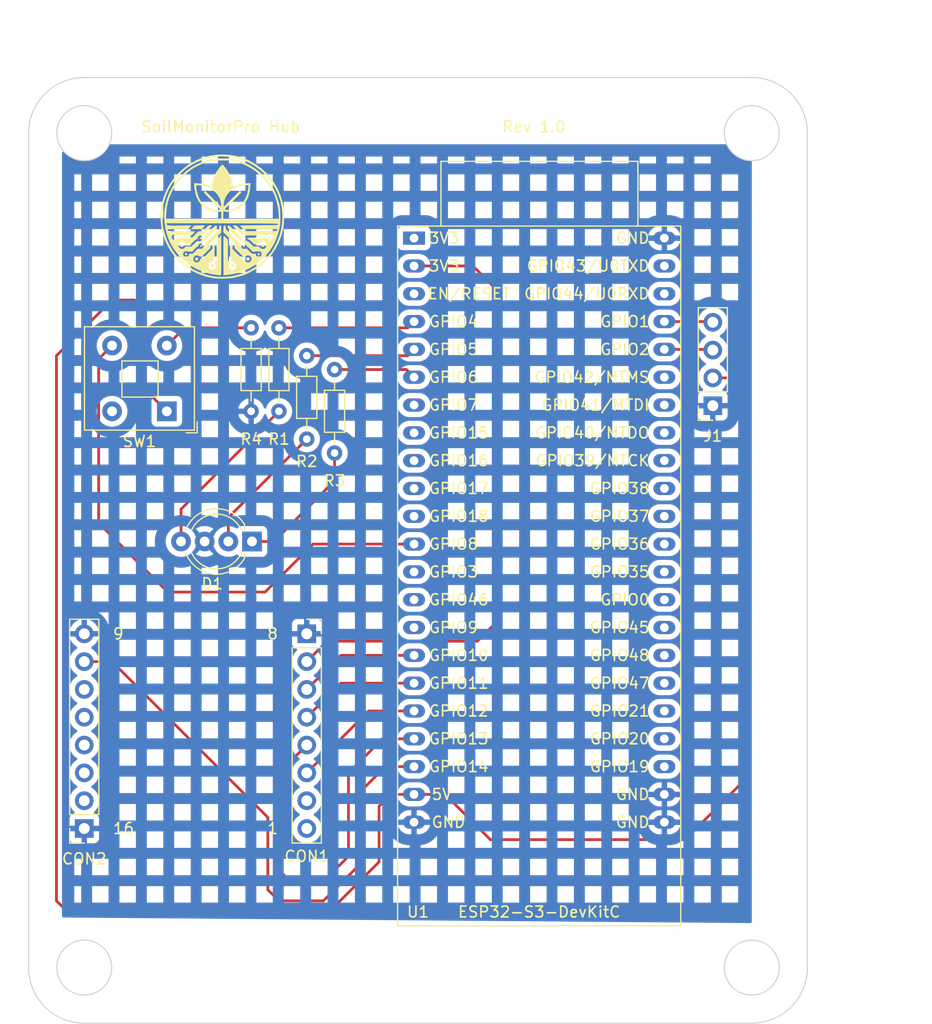
<source format=kicad_pcb>
(kicad_pcb (version 20221018) (generator pcbnew)
  (layers (0 "F.Cu" signal) (31 "B.Cu" signal) (34 "B.Paste" user) (35 "F.Paste" user) (36 "B.SilkS" user "B.Silkscreen") (37 "F.SilkS" user "F.Silkscreen") (38 "B.Mask" user) (39 "F.Mask" user) (44 "Edge.Cuts" user))
  (net 0 "")
  (net 1 "Net-(D1-BA)")
  (net 2 "Net-(D1-GA)")
  (net 3 "GND")
  (net 4 "Net-(D1-RA)")
  (net 5 "Red")
  (net 6 "Green")
  (net 7 "Blue")
  (net 34 "+3.3V")
  (net 35 "/NSS")
  (net 36 "/MOSI")
  (net 37 "/MISO")
  (net 38 "/SCK")
  (net 39 "/DIO5")
  (net 41 "/DIO4")
  (net 42 "/DIO3")
  (net 43 "/DIO2")
  (net 44 "/DIO1")
  (net 45 "/DIO0")
  (net 46 "/RESET")
  (net 47 "+5V")
  (net 48 "Net-(SW1-K)")
  (net 50 "/PushBtn")
  (net 51 "/SCL")
  (net 52 "/SDA")
  (footprint "Resistor_THT:R_Axial_DIN0204_L3.6mm_D1.6mm_P7.62mm_Horizontal" (layer "F.Cu") (at 119.38 66.04 -90)
    (fp_text reference "R1" (at 10.16 0 -180) (layer "F.SilkS"))
    (fp_text value "R")
    (pad "1" thru_hole circle (at 0 0 270) (size 1.4 1.4) (drill 0.7) (layers "*.Cu" "*.Mask") (net 5 "Red"))
    (pad "2" thru_hole oval (at 7.62 0 270) (size 1.4 1.4) (drill 0.7) (layers "*.Cu" "*.Mask") (net 4 "Net-(D1-RA)"))
  )
  (footprint "Resistor_THT:R_Axial_DIN0204_L3.6mm_D1.6mm_P7.62mm_Horizontal" (layer "F.Cu") (at 124.46 69.85 -90)
    (fp_text reference "R3" (at 10.16 0 -180) (layer "F.SilkS"))
    (fp_text value "R")
    (pad "1" thru_hole circle (at 0 0 270) (size 1.4 1.4) (drill 0.7) (layers "*.Cu" "*.Mask") (net 7 "Blue"))
    (pad "2" thru_hole oval (at 7.62 0 270) (size 1.4 1.4) (drill 0.7) (layers "*.Cu" "*.Mask") (net 1 "Net-(D1-BA)"))
  )
  (footprint "Graphics:SoilMonitorLogo." (layer "F.Cu") (at 114.3 55.88)
    (fp_text reference "G***" hide)
    (fp_text value "LOGO" hide)
  )
  (footprint "Resistor_THT:R_Axial_DIN0204_L3.6mm_D1.6mm_P7.62mm_Horizontal" (layer "F.Cu") (at 116.84 66.04 -90)
    (fp_text reference "R4" (at 10.16 0 -180) (layer "F.SilkS"))
    (fp_text value "R")
    (pad "1" thru_hole circle (at 0 0 270) (size 1.4 1.4) (drill 0.7) (layers "*.Cu" "*.Mask") (net 48 "Net-(SW1-K)"))
    (pad "2" thru_hole oval (at 7.62 0 270) (size 1.4 1.4) (drill 0.7) (layers "*.Cu" "*.Mask") (net 3 "GND"))
  )
  (footprint "PCM_Espressif:ESP32-S3-DevKitC" (layer "F.Cu") (at 131.717 57.84812)
    (fp_text reference "U1" (at 0.363 61.53188) (layer "F.SilkS"))
    (fp_text value "ESP32-S3-DevKitC" (at 11.42632 61.53188 180) (layer "F.SilkS"))
    (fp_text user "GPIO9" (at 1.27 35.56 unlocked) (layer "F.SilkS") (effects (justify left)))
    (fp_text user "GPIO35" (at 21.59 30.48 unlocked) (layer "F.SilkS") (effects (justify right)))
    (fp_text user "GPIO37" (at 21.59 25.4 unlocked) (layer "F.SilkS") (effects (justify right)))
    (fp_text user "EN/RESET" (at 8.88632 5.07728 unlocked) (layer "F.SilkS") (effects (justify right)))
    (fp_text user "GPIO3" (at 1.27 30.48 unlocked) (layer "F.SilkS") (effects (justify left)))
    (fp_text user "GPIO12" (at 1.27 43.18 unlocked) (layer "F.SilkS") (effects (justify left)))
    (fp_text user "GPIO14" (at 1.27 48.26 unlocked) (layer "F.SilkS") (effects (justify left)))
    (fp_text user "GPIO19" (at 21.59 48.26 unlocked) (layer "F.SilkS") (effects (justify right)))
    (fp_text user "GPIO41/MTDI" (at 21.59 15.24 unlocked) (layer "F.SilkS") (effects (justify right)))
    (fp_text user "GPIO47" (at 21.59 40.64 unlocked) (layer "F.SilkS") (effects (justify right)))
    (fp_text user "GND" (at 1.52032 53.33728 unlocked) (layer "F.SilkS") (effects (justify left)))
    (fp_text user "GPIO15" (at 1.27 17.78 unlocked) (layer "F.SilkS") (effects (justify left)))
    (fp_text user "GPIO39/MTCK" (at 21.59 20.32 unlocked) (layer "F.SilkS") (effects (justify right)))
    (fp_text user "GPIO1" (at 21.59 7.62 unlocked) (layer "F.SilkS") (effects (justify right)))
    (fp_text user "5V" (at 1.52032 50.79728 unlocked) (layer "F.SilkS") (effects (justify left)))
    (fp_text user "3V3" (at 1.27 0 unlocked) (layer "F.SilkS") (effects (justify left)))
    (fp_text user "GPIO21" (at 21.59 43.18 unlocked) (layer "F.SilkS") (effects (justify right)))
    (fp_text user "GPIO36" (at 21.59 27.94 unlocked) (layer "F.SilkS") (effects (justify right)))
    (fp_text user "GPIO48" (at 21.59 38.1 unlocked) (layer "F.SilkS") (effects (justify right)))
    (fp_text user "GND" (at 21.59 50.8 unlocked) (layer "F.SilkS") (effects (justify right)))
    (fp_text user "GPIO5" (at 1.27 10.16 unlocked) (layer "F.SilkS") (effects (justify left)))
    (fp_text user "GPIO44/U0RXD" (at 21.59 5.08 unlocked) (layer "F.SilkS") (effects (justify right)))
    (fp_text user "GPIO18" (at 1.27 25.4 unlocked) (layer "F.SilkS") (effects (justify left)))
    (fp_text user "GPIO0" (at 21.59 33.02 unlocked) (layer "F.SilkS") (effects (justify right)))
    (fp_text user "GPIO8" (at 1.27 27.94 unlocked) (layer "F.SilkS") (effects (justify left)))
    (fp_text user "GND" (at 21.59 53.34 unlocked) (layer "F.SilkS") (effects (justify right)))
    (fp_text user "GND" (at 21.59 0 unlocked) (layer "F.SilkS") (effects (justify right)))
    (fp_text user "GPIO38" (at 21.59 22.86 unlocked) (layer "F.SilkS") (effects (justify right)))
    (fp_text user "GPIO40/MTDO" (at 21.59 17.78 unlocked) (layer "F.SilkS") (effects (justify right)))
    (fp_text user "GPIO16" (at 1.27 20.32 unlocked) (layer "F.SilkS") (effects (justify left)))
    (fp_text user "GPIO13" (at 1.27 45.72 unlocked) (layer "F.SilkS") (effects (justify left)))
    (fp_text user "GPIO11" (at 1.27 40.64 unlocked) (layer "F.SilkS") (effects (justify left)))
    (fp_text user "GPIO17" (at 1.27 22.86 unlocked) (layer "F.SilkS") (effects (justify left)))
    (fp_text user "GPIO45" (at 21.59 35.56 unlocked) (layer "F.SilkS") (effects (justify right)))
    (fp_text user "GPIO6" (at 1.27 12.7 unlocked) (layer "F.SilkS") (effects (justify left)))
    (fp_text user "GPIO46" (at 1.27 33.02 unlocked) (layer "F.SilkS") (effects (justify left)))
    (fp_text user "GPIO20" (at 21.59 45.72 unlocked) (layer "F.SilkS") (effects (justify right)))
    (fp_text user "3V3" (at 1.27 2.54 unlocked) (layer "F.SilkS") (effects (justify left)))
    (fp_text user "GPIO10" (at 1.27 38.1 unlocked) (layer "F.SilkS") (effects (justify left)))
    (fp_text user "GPIO43/U0TXD" (at 21.59 2.54 unlocked) (layer "F.SilkS") (effects (justify right)))
    (fp_text user "GPIO2" (at 21.59 10.16 unlocked) (layer "F.SilkS") (effects (justify right)))
    (fp_text user "GPIO7" (at 1.27 15.24 unlocked) (layer "F.SilkS") (effects (justify left)))
    (fp_text user "GPIO4" (at 1.27 7.62 unlocked) (layer "F.SilkS") (effects (justify left)))
    (fp_text user "GPIO42/MTMS" (at 21.59 12.7 unlocked) (layer "F.SilkS") (effects (justify right)))
    (pad "1" thru_hole rect (at 0 0 270) (size 1.2 2) (drill 0.8) (layers "*.Cu" "*.Mask") (net 34 "+3.3V"))
    (pad "2" thru_hole oval (at 0 2.54 270) (size 1.2 2) (drill 0.8) (layers "*.Cu" "*.Mask") (net 34 "+3.3V"))
    (pad "3" thru_hole oval (at 0 5.08 270) (size 1.2 2) (drill 0.8) (layers "*.Cu" "*.Mask"))
    (pad "4" thru_hole oval (at 0 7.62 270) (size 1.2 2) (drill 0.8) (layers "*.Cu" "*.Mask") (net 5 "Red"))
    (pad "5" thru_hole oval (at 0 10.16 270) (size 1.2 2) (drill 0.8) (layers "*.Cu" "*.Mask") (net 6 "Green"))
    (pad "6" thru_hole oval (at 0 12.7 270) (size 1.2 2) (drill 0.8) (layers "*.Cu" "*.Mask") (net 7 "Blue"))
    (pad "7" thru_hole oval (at 0 15.24 270) (size 1.2 2) (drill 0.8) (layers "*.Cu" "*.Mask"))
    (pad "8" thru_hole oval (at 0 17.78 270) (size 1.2 2) (drill 0.8) (layers "*.Cu" "*.Mask"))
    (pad "9" thru_hole oval (at 0 20.32 270) (size 1.2 2) (drill 0.8) (layers "*.Cu" "*.Mask"))
    (pad "10" thru_hole oval (at 0 22.86 270) (size 1.2 2) (drill 0.8) (layers "*.Cu" "*.Mask"))
    (pad "11" thru_hole oval (at 0 25.4 270) (size 1.2 2) (drill 0.8) (layers "*.Cu" "*.Mask"))
    (pad "12" thru_hole oval (at 0 27.94 270) (size 1.2 2) (drill 0.8) (layers "*.Cu" "*.Mask") (net 50 "/PushBtn"))
    (pad "13" thru_hole oval (at 0 30.48 270) (size 1.2 2) (drill 0.8) (layers "*.Cu" "*.Mask"))
    (pad "14" thru_hole oval (at 0 33.02 270) (size 1.2 2) (drill 0.8) (layers "*.Cu" "*.Mask"))
    (pad "15" thru_hole oval (at 0 35.56 270) (size 1.2 2) (drill 0.8) (layers "*.Cu" "*.Mask"))
    (pad "16" thru_hole oval (at 0 38.1 270) (size 1.2 2) (drill 0.8) (layers "*.Cu" "*.Mask") (net 35 "/NSS"))
    (pad "17" thru_hole oval (at 0 40.64 270) (size 1.2 2) (drill 0.8) (layers "*.Cu" "*.Mask") (net 36 "/MOSI"))
    (pad "18" thru_hole oval (at 0 43.18 270) (size 1.2 2) (drill 0.8) (layers "*.Cu" "*.Mask") (net 38 "/SCK"))
    (pad "19" thru_hole oval (at 0 45.72 270) (size 1.2 2) (drill 0.8) (layers "*.Cu" "*.Mask") (net 37 "/MISO"))
    (pad "20" thru_hole oval (at -0.00368 48.25728 270) (size 1.2 2) (drill 0.8) (layers "*.Cu" "*.Mask") (net 46 "/RESET"))
    (pad "21" thru_hole oval (at -0.00368 50.79728 270) (size 1.2 2) (drill 0.8) (layers "*.Cu" "*.Mask") (net 47 "+5V"))
    (pad "22" thru_hole oval (at -0.00368 53.33728 270) (size 1.2 2) (drill 0.8) (layers "*.Cu" "*.Mask") (net 3 "GND"))
    (pad "23" thru_hole oval (at 22.86 53.34 270) (size 1.2 2) (drill 0.8) (layers "*.Cu" "*.Mask") (net 3 "GND"))
    (pad "24" thru_hole oval (at 22.86 50.8 270) (size 1.2 2) (drill 0.8) (layers "*.Cu" "*.Mask") (net 3 "GND"))
    (pad "25" thru_hole oval (at 22.86 48.26 270) (size 1.2 2) (drill 0.8) (layers "*.Cu" "*.Mask"))
    (pad "26" thru_hole oval (at 22.86 45.72 270) (size 1.2 2) (drill 0.8) (layers "*.Cu" "*.Mask"))
    (pad "27" thru_hole oval (at 22.86 43.18 270) (size 1.2 2) (drill 0.8) (layers "*.Cu" "*.Mask"))
    (pad "28" thru_hole oval (at 22.86 40.64 270) (size 1.2 2) (drill 0.8) (layers "*.Cu" "*.Mask"))
    (pad "29" thru_hole oval (at 22.86 38.1 270) (size 1.2 2) (drill 0.8) (layers "*.Cu" "*.Mask"))
    (pad "30" thru_hole oval (at 22.86 35.56 270) (size 1.2 2) (drill 0.8) (layers "*.Cu" "*.Mask"))
    (pad "31" thru_hole oval (at 22.86 33.02 270) (size 1.2 2) (drill 0.8) (layers "*.Cu" "*.Mask"))
    (pad "32" thru_hole oval (at 22.86 30.48 270) (size 1.2 2) (drill 0.8) (layers "*.Cu" "*.Mask"))
    (pad "33" thru_hole oval (at 22.86 27.94 270) (size 1.2 2) (drill 0.8) (layers "*.Cu" "*.Mask"))
    (pad "34" thru_hole oval (at 22.86 25.4 270) (size 1.2 2) (drill 0.8) (layers "*.Cu" "*.Mask"))
    (pad "35" thru_hole oval (at 22.86 22.86 270) (size 1.2 2) (drill 0.8) (layers "*.Cu" "*.Mask"))
    (pad "36" thru_hole oval (at 22.86 20.32 270) (size 1.2 2) (drill 0.8) (layers "*.Cu" "*.Mask"))
    (pad "37" thru_hole oval (at 22.86 17.78 270) (size 1.2 2) (drill 0.8) (layers "*.Cu" "*.Mask"))
    (pad "38" thru_hole oval (at 22.86 15.24 270) (size 1.2 2) (drill 0.8) (layers "*.Cu" "*.Mask"))
    (pad "39" thru_hole oval (at 22.86 12.7 270) (size 1.2 2) (drill 0.8) (layers "*.Cu" "*.Mask"))
    (pad "40" thru_hole oval (at 22.86 10.16 270) (size 1.2 2) (drill 0.8) (layers "*.Cu" "*.Mask") (net 51 "/SCL"))
    (pad "41" thru_hole oval (at 22.86 7.62 270) (size 1.2 2) (drill 0.8) (layers "*.Cu" "*.Mask") (net 52 "/SDA"))
    (pad "42" thru_hole oval (at 22.86 5.08 270) (size 1.2 2) (drill 0.8) (layers "*.Cu" "*.Mask"))
    (pad "43" thru_hole oval (at 22.86 2.54 270) (size 1.2 2) (drill 0.8) (layers "*.Cu" "*.Mask"))
    (pad "44" thru_hole oval (at 22.86 0 270) (size 1.2 2) (drill 0.8) (layers "*.Cu" "*.Mask") (net 3 "GND"))
  )
  (footprint "Connector_PinSocket_2.54mm:PinSocket_1x08_P2.54mm_Vertical" (layer "F.Cu") (at 101.6 111.76 180)
    (fp_text reference "CON2" (at 0 -2.77 180) (layer "F.SilkS"))
    (fp_text value "CON8")
    (pad "1" thru_hole rect (at 0 0 180) (size 1.7 1.7) (drill 1) (layers "*.Cu" "*.Mask") (net 3 "GND"))
    (pad "2" thru_hole oval (at 0 2.54 180) (size 1.7 1.7) (drill 1) (layers "*.Cu" "*.Mask") (net 41 "/DIO4"))
    (pad "3" thru_hole oval (at 0 5.08 180) (size 1.7 1.7) (drill 1) (layers "*.Cu" "*.Mask") (net 42 "/DIO3"))
    (pad "4" thru_hole oval (at 0 7.62 180) (size 1.7 1.7) (drill 1) (layers "*.Cu" "*.Mask") (net 43 "/DIO2"))
    (pad "5" thru_hole oval (at 0 10.16 180) (size 1.7 1.7) (drill 1) (layers "*.Cu" "*.Mask") (net 44 "/DIO1"))
    (pad "6" thru_hole oval (at 0 12.7 180) (size 1.7 1.7) (drill 1) (layers "*.Cu" "*.Mask") (net 45 "/DIO0"))
    (pad "7" thru_hole oval (at 0 15.24 180) (size 1.7 1.7) (drill 1) (layers "*.Cu" "*.Mask") (net 46 "/RESET"))
    (pad "8" thru_hole oval (at 0 17.78 180) (size 1.7 1.7) (drill 1) (layers "*.Cu" "*.Mask") (net 3 "GND"))
  )
  (footprint "Resistor_THT:R_Axial_DIN0204_L3.6mm_D1.6mm_P7.62mm_Horizontal" (layer "F.Cu") (at 121.92 68.58 -90)
    (fp_text reference "R2" (at 9.652 0 -180) (layer "F.SilkS"))
    (fp_text value "R")
    (pad "1" thru_hole circle (at 0 0 270) (size 1.4 1.4) (drill 0.7) (layers "*.Cu" "*.Mask") (net 6 "Green"))
    (pad "2" thru_hole oval (at 7.62 0 270) (size 1.4 1.4) (drill 0.7) (layers "*.Cu" "*.Mask") (net 2 "Net-(D1-GA)"))
  )
  (footprint "Connector_PinSocket_2.54mm:PinSocket_1x08_P2.54mm_Vertical" (layer "F.Cu") (at 121.92 93.98)
    (fp_text reference "CON1" (at 0 20.32) (layer "F.SilkS"))
    (fp_text value "CON8")
    (pad "1" thru_hole rect (at 0 0) (size 1.7 1.7) (drill 1) (layers "*.Cu" "*.Mask") (net 3 "GND"))
    (pad "2" thru_hole oval (at 0 2.54) (size 1.7 1.7) (drill 1) (layers "*.Cu" "*.Mask") (net 34 "+3.3V"))
    (pad "3" thru_hole oval (at 0 5.08) (size 1.7 1.7) (drill 1) (layers "*.Cu" "*.Mask") (net 35 "/NSS"))
    (pad "4" thru_hole oval (at 0 7.62) (size 1.7 1.7) (drill 1) (layers "*.Cu" "*.Mask") (net 36 "/MOSI"))
    (pad "5" thru_hole oval (at 0 10.16) (size 1.7 1.7) (drill 1) (layers "*.Cu" "*.Mask") (net 37 "/MISO"))
    (pad "6" thru_hole oval (at 0 12.7) (size 1.7 1.7) (drill 1) (layers "*.Cu" "*.Mask") (net 38 "/SCK"))
    (pad "7" thru_hole oval (at 0 15.24) (size 1.7 1.7) (drill 1) (layers "*.Cu" "*.Mask") (net 39 "/DIO5"))
    (pad "8" thru_hole oval (at 0 17.78) (size 1.7 1.7) (drill 1) (layers "*.Cu" "*.Mask"))
  )
  (footprint "Connector_PinSocket_2.54mm:PinSocket_1x04_P2.54mm_Vertical" (layer "F.Cu") (at 159.004 73.152 180)
    (fp_text reference "J1" (at 0 -2.77 180) (layer "F.SilkS"))
    (fp_text value "Conn_01x04_Pin")
    (pad "1" thru_hole rect (at 0 0 180) (size 1.7 1.7) (drill 1) (layers "*.Cu" "*.Mask") (net 3 "GND"))
    (pad "2" thru_hole oval (at 0 2.54 180) (size 1.7 1.7) (drill 1) (layers "*.Cu" "*.Mask") (net 47 "+5V"))
    (pad "3" thru_hole oval (at 0 5.08 180) (size 1.7 1.7) (drill 1) (layers "*.Cu" "*.Mask") (net 51 "/SCL"))
    (pad "4" thru_hole oval (at 0 7.62 180) (size 1.7 1.7) (drill 1) (layers "*.Cu" "*.Mask") (net 52 "/SDA"))
  )
  (footprint "Button_Switch_THT:SW_Push_2P1T_Toggle_CK_PVA1xxH1xxxxxxV2" (layer "F.Cu") (at 109.14 73.66 180)
    (fp_text reference "SW1" (at 2.5 -2.75) (layer "F.SilkS"))
    (fp_text value "SW_MEC_5E")
    (pad "1" thru_hole rect (at 0 0 180) (size 1.8 1.8) (drill 0.9) (layers "*.Cu" "*.Mask") (net 47 "+5V"))
    (pad "2" thru_hole circle (at 5 0 180) (size 1.8 1.8) (drill 0.9) (layers "*.Cu" "*.Mask"))
    (pad "3" thru_hole circle (at 0 6 180) (size 1.8 1.8) (drill 0.9) (layers "*.Cu" "*.Mask") (net 48 "Net-(SW1-K)"))
    (pad "4" thru_hole circle (at 5 6 180) (size 1.8 1.8) (drill 0.9) (layers "*.Cu" "*.Mask") (net 50 "/PushBtn"))
  )
  (footprint "LED_THT:LED_D5.0mm-4_RGB_Wide_Pins" (layer "F.Cu") (at 116.9162 85.5472 180)
    (fp_text reference "D1" (at 3.6322 -3.8608) (layer "F.SilkS"))
    (fp_text value "LED_BGKR")
    (pad "1" thru_hole rect (at 0 0 180) (size 1.8 1.8) (drill 0.9) (layers "*.Cu" "*.Mask") (net 1 "Net-(D1-BA)"))
    (pad "2" thru_hole circle (at 2.159 0 180) (size 1.8 1.8) (drill 0.9) (layers "*.Cu" "*.Mask") (net 2 "Net-(D1-GA)"))
    (pad "3" thru_hole circle (at 4.318 0 180) (size 1.8 1.8) (drill 0.9) (layers "*.Cu" "*.Mask") (net 3 "GND"))
    (pad "4" thru_hole circle (at 6.477 0 180) (size 1.8 1.8) (drill 0.9) (layers "*.Cu" "*.Mask") (net 4 "Net-(D1-RA)"))
  )
  (gr_circle (center 162.56 48.26) (end 164.6428 49.657) (stroke (width 0.1)) (fill none) (layer "Edge.Cuts"))
  (gr_circle (center 101.6 48.26) (end 103.6828 49.657) (stroke (width 0.1)) (fill none) (layer "Edge.Cuts"))
  (gr_line (start 162.56 43.18) (end 101.6 43.18) (stroke (width 0.1)) (layer "Edge.Cuts"))
  (gr_arc (start 96.52 48.26) (mid 98.007898 44.667898) (end 101.6 43.18) (stroke (width 0.1)) (layer "Edge.Cuts"))
  (gr_arc (start 162.56 43.18) (mid 166.152102 44.667898) (end 167.64 48.26) (stroke (width 0.1)) (layer "Edge.Cuts"))
  (gr_arc (start 167.64 124.46) (mid 166.152102 128.052102) (end 162.56 129.54) (stroke (width 0.1)) (layer "Edge.Cuts"))
  (gr_arc (start 101.6 129.54) (mid 98.007898 128.052102) (end 96.52 124.46) (stroke (width 0.1)) (layer "Edge.Cuts"))
  (gr_circle (center 101.6 124.46) (end 103.6828 125.857) (stroke (width 0.1)) (fill none) (layer "Edge.Cuts"))
  (gr_line (start 96.52 48.26) (end 96.52 124.46) (stroke (width 0.1)) (layer "Edge.Cuts"))
  (gr_circle (center 162.56 124.46) (end 164.6428 125.857) (stroke (width 0.1)) (fill none) (layer "Edge.Cuts"))
  (gr_line (start 101.6 129.54) (end 162.56 129.54) (stroke (width 0.1)) (layer "Edge.Cuts"))
  (gr_line (start 167.64 124.46) (end 167.64 48.26) (stroke (width 0.1)) (layer "Edge.Cuts"))
  (gr_text "9" (at 104.14 93.98) (layer "F.SilkS") (effects (font (size 1 1)) (justify left)))
  (gr_text "8" (at 119.38 93.98) (layer "F.SilkS") (effects (font (size 1 1)) (justify right)))
  (gr_text "SoilMonitorPro Hub" (at 106.68 48.26) (layer "F.SilkS") (effects (font (size 1 1)) (justify left bottom)))
  (gr_text "Rev 1.0" (at 139.7 48.26) (layer "F.SilkS") (effects (font (size 1 1)) (justify left bottom)))
  (gr_text "1" (at 119.38 111.76) (layer "F.SilkS") (effects (font (size 1 1)) (justify right)))
  (gr_text "16" (at 104.14 111.76) (layer "F.SilkS") (effects (font (size 1 1)) (justify left)))
  (segment (start 118.9228 85.5472) (end 116.9162 85.5472) (width 0.25) (layer "F.Cu") (net 1))
  (segment (start 124.46 80.01) (end 118.9228 85.5472) (width 0.25) (layer "F.Cu") (net 1))
  (segment (start 124.46 77.47) (end 124.46 80.01) (width 0.25) (layer "F.Cu") (net 1))
  (segment (start 114.7572 83.3628) (end 114.7572 85.5472) (width 0.25) (layer "F.Cu") (net 2))
  (segment (start 121.92 76.2) (end 114.7572 83.3628) (width 0.25) (layer "F.Cu") (net 2))
  (segment (start 119.38 73.66) (end 110.4392 82.6008) (width 0.25) (layer "F.Cu") (net 4))
  (segment (start 110.4392 82.6008) (end 110.4392 85.5472) (width 0.25) (layer "F.Cu") (net 4))
  (segment (start 119.38 66.04) (end 131.14512 66.04) (width 0.25) (layer "F.Cu") (net 5))
  (segment (start 131.14512 66.04) (end 131.717 65.46812) (width 0.25) (layer "F.Cu") (net 5))
  (segment (start 131.14512 68.58) (end 131.717 68.00812) (width 0.25) (layer "F.Cu") (net 6))
  (segment (start 121.92 68.58) (end 131.14512 68.58) (width 0.25) (layer "F.Cu") (net 6))
  (segment (start 124.46 69.85) (end 131.01888 69.85) (width 0.25) (layer "F.Cu") (net 7))
  (segment (start 131.01888 69.85) (end 131.717 70.54812) (width 0.25) (layer "F.Cu") (net 7))
  (segment (start 131.717 60.38812) (end 137.09612 60.38812) (width 0.25) (layer "F.Cu") (net 34))
  (segment (start 137.499109 94.656891) (end 123.783109 94.656891) (width 0.25) (layer "F.Cu") (net 34))
  (segment (start 137.09612 60.38812) (end 139.192 62.484) (width 0.25) (layer "F.Cu") (net 34))
  (segment (start 123.783109 94.656891) (end 121.92 96.52) (width 0.25) (layer "F.Cu") (net 34))
  (segment (start 139.192 92.964) (end 137.499109 94.656891) (width 0.25) (layer "F.Cu") (net 34))
  (segment (start 139.192 62.484) (end 139.192 92.964) (width 0.25) (layer "F.Cu") (net 34))
  (segment (start 125.03188 95.94812) (end 131.717 95.94812) (width 0.25) (layer "F.Cu") (net 35))
  (segment (start 121.92 99.06) (end 125.03188 95.94812) (width 0.25) (layer "F.Cu") (net 35))
  (segment (start 121.92 101.6) (end 125.03188 98.48812) (width 0.25) (layer "F.Cu") (net 36))
  (segment (start 125.03188 98.48812) (end 131.717 98.48812) (width 0.25) (layer "F.Cu") (net 36))
  (segment (start 125.73 106.68) (end 128.84188 103.56812) (width 0.25) (layer "F.Cu") (net 37))
  (segment (start 121.92 104.14) (end 119.38 106.68) (width 0.25) (layer "F.Cu") (net 37))
  (segment (start 128.84188 103.56812) (end 131.717 103.56812) (width 0.25) (layer "F.Cu") (net 37))
  (segment (start 125.73 114.3) (end 125.73 106.68) (width 0.25) (layer "F.Cu") (net 37))
  (segment (start 123.19 116.84) (end 125.73 114.3) (width 0.25) (layer "F.Cu") (net 37))
  (segment (start 119.38 115.57) (end 120.65 116.84) (width 0.25) (layer "F.Cu") (net 37))
  (segment (start 120.65 116.84) (end 123.19 116.84) (width 0.25) (layer "F.Cu") (net 37))
  (segment (start 119.38 106.68) (end 119.38 115.57) (width 0.25) (layer "F.Cu") (net 37))
  (segment (start 121.92 106.68) (end 127.57188 101.02812) (width 0.25) (layer "F.Cu") (net 38))
  (segment (start 127.57188 101.02812) (end 131.717 101.02812) (width 0.25) (layer "F.Cu") (net 38))
  (segment (start 119.38 118.364) (end 118.364 117.348) (width 0.25) (layer "F.Cu") (net 46))
  (segment (start 118.364 117.348) (end 118.364 110.744) (width 0.25) (layer "F.Cu") (net 46))
  (segment (start 123.444 118.364) (end 119.38 118.364) (width 0.25) (layer "F.Cu") (net 46))
  (segment (start 118.364 110.744) (end 104.14 96.52) (width 0.25) (layer "F.Cu") (net 46))
  (segment (start 127 114.808) (end 123.444 118.364) (width 0.25) (layer "F.Cu") (net 46))
  (segment (start 104.14 96.52) (end 101.6 96.52) (width 0.25) (layer "F.Cu") (net 46))
  (segment (start 131.71332 106.1054) (end 129.0986 106.1054) (width 0.25) (layer "F.Cu") (net 46))
  (segment (start 129.0986 106.1054) (end 127 108.204) (width 0.25) (layer "F.Cu") (net 46))
  (segment (start 127 108.204) (end 127 114.808) (width 0.25) (layer "F.Cu") (net 46))
  (segment (start 134.5534 108.6454) (end 131.71332 108.6454) (width 0.25) (layer "F.Cu") (net 47))
  (segment (start 107.188 64.516) (end 107.188 71.708) (width 0.25) (layer "F.Cu") (net 47))
  (segment (start 138.684 112.776) (end 134.5534 108.6454) (width 0.25) (layer "F.Cu") (net 47))
  (segment (start 128.524 114.808) (end 123.952 119.38) (width 0.25) (layer "F.Cu") (net 47))
  (segment (start 159.004 70.612) (end 161.036 70.612) (width 0.25) (layer "F.Cu") (net 47))
  (segment (start 99.06 68.58) (end 104.14 63.5) (width 0.25) (layer "F.Cu") (net 47))
  (segment (start 161.544 71.12) (end 161.544 107.696) (width 0.25) (layer "F.Cu") (net 47))
  (segment (start 161.036 70.612) (end 161.544 71.12) (width 0.25) (layer "F.Cu") (net 47))
  (segment (start 128.524 109.728) (end 128.524 114.808) (width 0.25) (layer "F.Cu") (net 47))
  (segment (start 161.544 107.696) (end 156.464 112.776) (width 0.25) (layer "F.Cu") (net 47))
  (segment (start 104.14 63.5) (end 106.172 63.5) (width 0.25) (layer "F.Cu") (net 47))
  (segment (start 100.076 119.38) (end 99.06 118.364) (width 0.25) (layer "F.Cu") (net 47))
  (segment (start 106.172 63.5) (end 107.188 64.516) (width 0.25) (layer "F.Cu") (net 47))
  (segment (start 107.188 71.708) (end 109.14 73.66) (width 0.25) (layer "F.Cu") (net 47))
  (segment (start 156.464 112.776) (end 138.684 112.776) (width 0.25) (layer "F.Cu") (net 47))
  (segment (start 129.6066 108.6454) (end 128.524 109.728) (width 0.25) (layer "F.Cu") (net 47))
  (segment (start 123.952 119.38) (end 100.076 119.38) (width 0.25) (layer "F.Cu") (net 47))
  (segment (start 99.06 118.364) (end 99.06 68.58) (width 0.25) (layer "F.Cu") (net 47))
  (segment (start 131.71332 108.6454) (end 129.6066 108.6454) (width 0.25) (layer "F.Cu") (net 47))
  (segment (start 116.84 66.04) (end 110.76 66.04) (width 0.25) (layer "F.Cu") (net 48))
  (segment (start 110.76 66.04) (end 109.14 67.66) (width 0.25) (layer "F.Cu") (net 48))
  (segment (start 122.49188 85.78812) (end 118.11 90.17) (width 0.25) (layer "F.Cu") (net 50))
  (segment (start 118.11 90.17) (end 109.22 90.17) (width 0.25) (layer "F.Cu") (net 50))
  (segment (start 102.915 83.865) (end 102.915 68.885) (width 0.25) (layer "F.Cu") (net 50))
  (segment (start 131.717 85.78812) (end 122.49188 85.78812) (width 0.25) (layer "F.Cu") (net 50))
  (segment (start 102.915 68.885) (end 104.14 67.66) (width 0.25) (layer "F.Cu") (net 50))
  (segment (start 109.22 90.17) (end 102.915 83.865) (width 0.25) (layer "F.Cu") (net 50))
  (segment (start 158.94012 68.00812) (end 159.004 68.072) (width 0.25) (layer "F.Cu") (net 51))
  (segment (start 154.577 68.00812) (end 158.94012 68.00812) (width 0.25) (layer "F.Cu") (net 51))
  (segment (start 154.577 65.46812) (end 158.94012 65.46812) (width 0.25) (layer "F.Cu") (net 52))
  (segment (start 158.94012 65.46812) (end 159.004 65.532) (width 0.25) (layer "F.Cu") (net 52))
  (zone (net 3) (net_name "GND") (layer "B.Cu") (connect_pads (clearance 0.5)) (min_thickness 0.25) (fill yes (mode hatch) (thermal_gap 0.5) (thermal_bridge_width 0.5) (hatch_thickness 1) (hatch_gap 1.5) (hatch_orientation 0) (hatch_border_algorithm hatch_thickness) (hatch_min_hole_area 0.3))
    (polygon (pts (xy 162.56 49.276) (xy 99.568 49.276) (xy 99.568 119.888) (xy 162.56 120.396)))
  )
)
</source>
